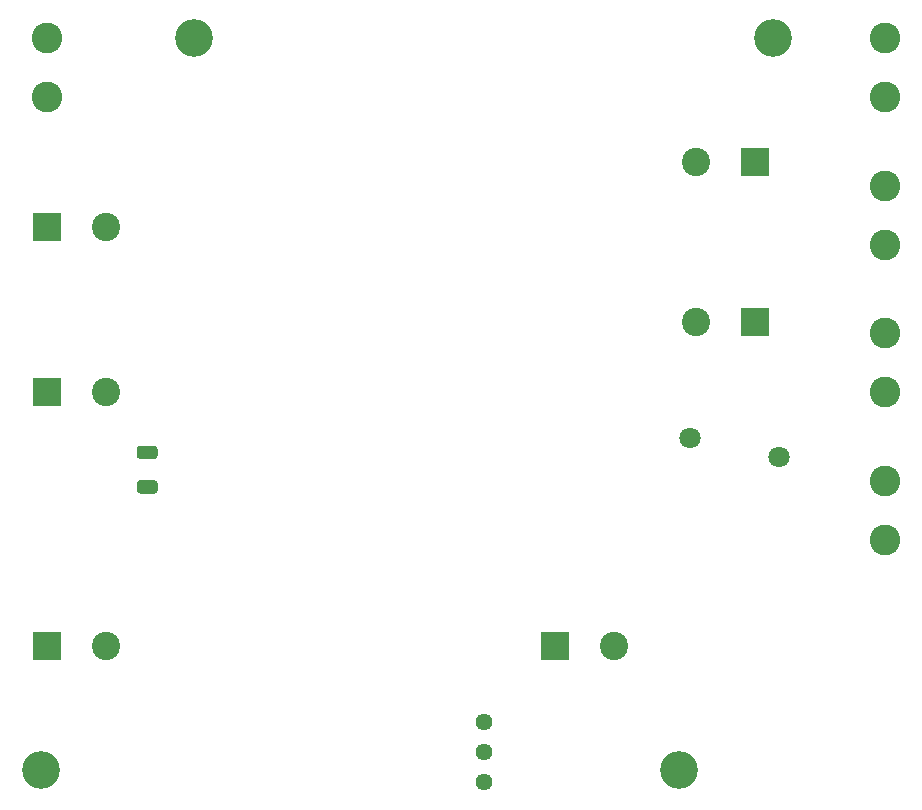
<source format=gbs>
G04 #@! TF.GenerationSoftware,KiCad,Pcbnew,5.1.10-88a1d61d58~90~ubuntu20.04.1*
G04 #@! TF.CreationDate,2022-02-24T16:01:44-05:00*
G04 #@! TF.ProjectId,buck_boost,6275636b-5f62-46f6-9f73-742e6b696361,rev?*
G04 #@! TF.SameCoordinates,Original*
G04 #@! TF.FileFunction,Soldermask,Bot*
G04 #@! TF.FilePolarity,Negative*
%FSLAX46Y46*%
G04 Gerber Fmt 4.6, Leading zero omitted, Abs format (unit mm)*
G04 Created by KiCad (PCBNEW 5.1.10-88a1d61d58~90~ubuntu20.04.1) date 2022-02-24 16:01:44*
%MOMM*%
%LPD*%
G01*
G04 APERTURE LIST*
%ADD10C,2.400000*%
%ADD11R,2.400000X2.400000*%
%ADD12C,3.200000*%
%ADD13C,1.440000*%
%ADD14C,1.800000*%
%ADD15C,2.600000*%
G04 APERTURE END LIST*
D10*
X84500000Y-34500000D03*
D11*
X89500000Y-34500000D03*
D10*
X84500000Y-48000000D03*
D11*
X89500000Y-48000000D03*
G36*
G01*
X38625002Y-59637500D02*
X37374998Y-59637500D01*
G75*
G02*
X37125000Y-59387502I0J249998D01*
G01*
X37125000Y-58762498D01*
G75*
G02*
X37374998Y-58512500I249998J0D01*
G01*
X38625002Y-58512500D01*
G75*
G02*
X38875000Y-58762498I0J-249998D01*
G01*
X38875000Y-59387502D01*
G75*
G02*
X38625002Y-59637500I-249998J0D01*
G01*
G37*
G36*
G01*
X38625002Y-62562500D02*
X37374998Y-62562500D01*
G75*
G02*
X37125000Y-62312502I0J249998D01*
G01*
X37125000Y-61687498D01*
G75*
G02*
X37374998Y-61437500I249998J0D01*
G01*
X38625002Y-61437500D01*
G75*
G02*
X38875000Y-61687498I0J-249998D01*
G01*
X38875000Y-62312502D01*
G75*
G02*
X38625002Y-62562500I-249998J0D01*
G01*
G37*
D12*
X91000000Y-24000000D03*
X83000000Y-86000000D03*
X42000000Y-24000000D03*
X29000000Y-86000000D03*
D13*
X66500000Y-81920000D03*
X66500000Y-84460000D03*
X66500000Y-87000000D03*
D14*
X84000000Y-57866670D03*
X91500000Y-59500000D03*
D15*
X100500000Y-49000000D03*
X100500000Y-54000000D03*
X100500000Y-61500000D03*
X100500000Y-66500000D03*
X100500000Y-36500000D03*
X100500000Y-41500000D03*
X100500000Y-24000000D03*
X100500000Y-29000000D03*
X29500000Y-29000000D03*
X29500000Y-24000000D03*
D10*
X77500000Y-75500000D03*
D11*
X72500000Y-75500000D03*
D10*
X34500000Y-75500000D03*
D11*
X29500000Y-75500000D03*
D10*
X34500000Y-40000000D03*
D11*
X29500000Y-40000000D03*
D10*
X34500000Y-54000000D03*
D11*
X29500000Y-54000000D03*
M02*

</source>
